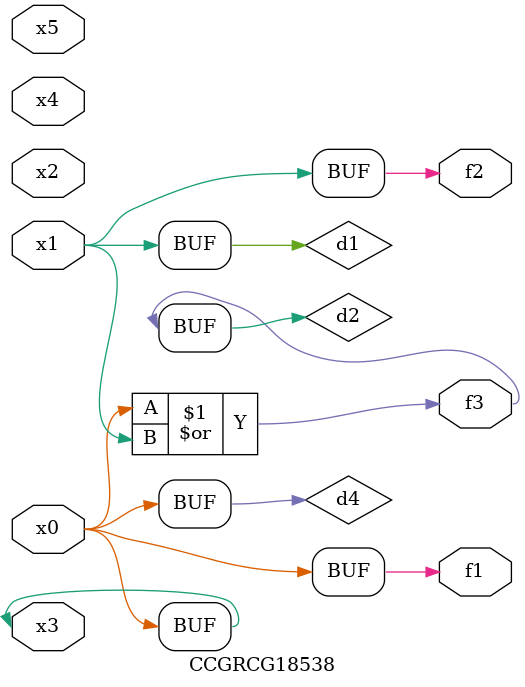
<source format=v>
module CCGRCG18538(
	input x0, x1, x2, x3, x4, x5,
	output f1, f2, f3
);

	wire d1, d2, d3, d4;

	and (d1, x1);
	or (d2, x0, x1);
	nand (d3, x0, x5);
	buf (d4, x0, x3);
	assign f1 = d4;
	assign f2 = d1;
	assign f3 = d2;
endmodule

</source>
